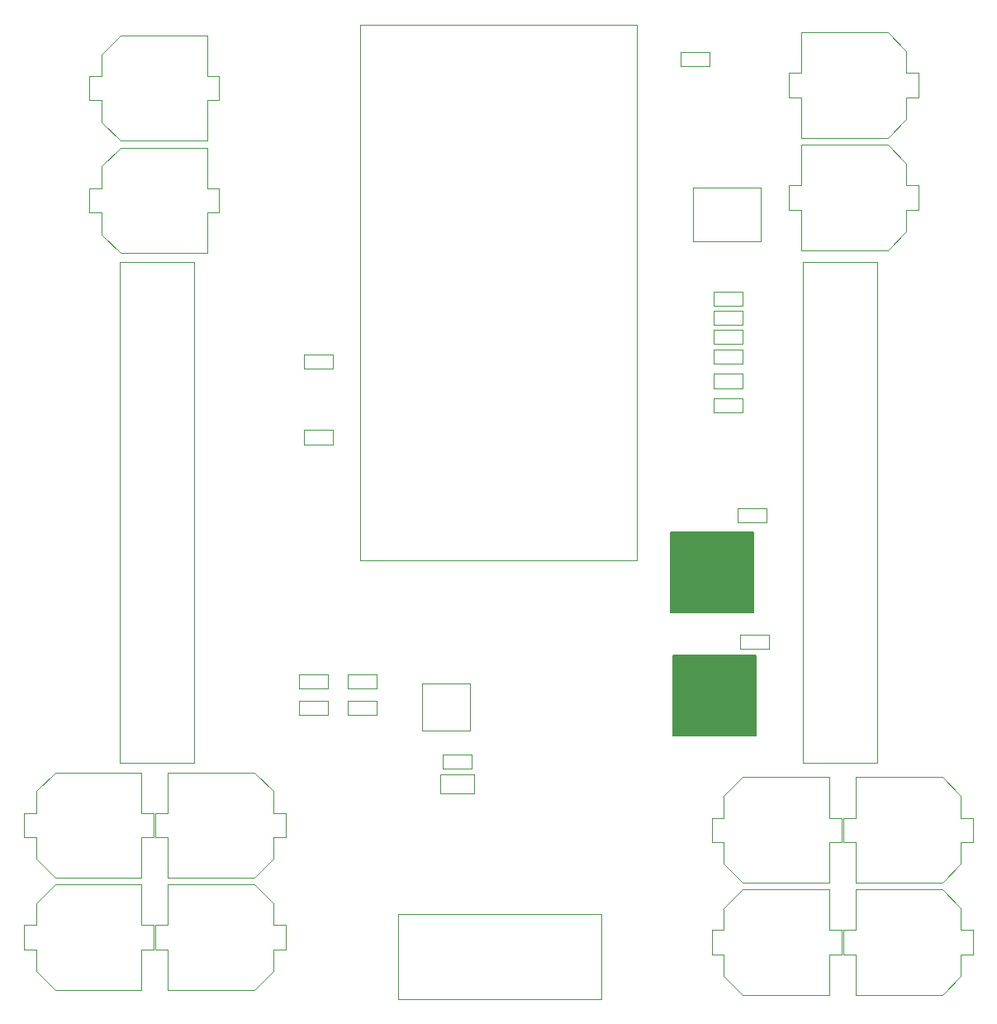
<source format=gbr>
%TF.GenerationSoftware,KiCad,Pcbnew,(5.1.9)-1*%
%TF.CreationDate,2021-10-25T22:56:29-04:00*%
%TF.ProjectId,ESP backpack,45535020-6261-4636-9b70-61636b2e6b69,rev?*%
%TF.SameCoordinates,Original*%
%TF.FileFunction,Other,User*%
%FSLAX46Y46*%
G04 Gerber Fmt 4.6, Leading zero omitted, Abs format (unit mm)*
G04 Created by KiCad (PCBNEW (5.1.9)-1) date 2021-10-25 22:56:29*
%MOMM*%
%LPD*%
G01*
G04 APERTURE LIST*
%ADD10C,0.127000*%
%ADD11C,0.050000*%
G04 APERTURE END LIST*
D10*
%TO.C,S1*%
G36*
X76082000Y-52034000D02*
G01*
X76082000Y-60234000D01*
X67632000Y-60234000D01*
X67632000Y-52034000D01*
X76082000Y-52034000D01*
G37*
X76082000Y-52034000D02*
X76082000Y-60234000D01*
X67632000Y-60234000D01*
X67632000Y-52034000D01*
X76082000Y-52034000D01*
D11*
%TO.C,D1*%
X69956000Y-22181000D02*
X69956000Y-16681000D01*
X76856000Y-22181000D02*
X69956000Y-22181000D01*
X76856000Y-16681000D02*
X76856000Y-22181000D01*
X69956000Y-16681000D02*
X76856000Y-16681000D01*
%TO.C,U1*%
X64200000Y-54900000D02*
X35800000Y-54900000D01*
X35800000Y-54900000D02*
X35800000Y0D01*
X35800000Y0D02*
X64200000Y0D01*
X64200000Y0D02*
X64200000Y-54900000D01*
%TO.C,J1*%
X18810000Y-75650000D02*
X11190000Y-75650000D01*
X11190000Y-75650000D02*
X11190000Y-24350000D01*
X11190000Y-24350000D02*
X18810000Y-24350000D01*
X18810000Y-24350000D02*
X18810000Y-75650000D01*
%TO.C,J2*%
X88810000Y-75650000D02*
X81190000Y-75650000D01*
X81190000Y-75650000D02*
X81190000Y-24350000D01*
X81190000Y-24350000D02*
X88810000Y-24350000D01*
X88810000Y-24350000D02*
X88810000Y-75650000D01*
%TO.C,5VDC_IN1*%
X39710000Y-91150000D02*
X60530000Y-91150000D01*
X60530000Y-91150000D02*
X60530000Y-99850000D01*
X39710000Y-99850000D02*
X39710000Y-91150000D01*
X60530000Y-99850000D02*
X39710000Y-99850000D01*
%TO.C,C6*%
X8050000Y-7750000D02*
X8050000Y-5250000D01*
X9300000Y-7750000D02*
X8050000Y-7750000D01*
X9300000Y-9975000D02*
X9300000Y-7750000D01*
X11225000Y-11900000D02*
X9300000Y-9975000D01*
X20100000Y-11900000D02*
X11225000Y-11900000D01*
X20100000Y-7750000D02*
X20100000Y-11900000D01*
X21350000Y-7750000D02*
X20100000Y-7750000D01*
X21350000Y-5250000D02*
X21350000Y-7750000D01*
X20100000Y-5250000D02*
X21350000Y-5250000D01*
X20100000Y-1100000D02*
X20100000Y-5250000D01*
X11225000Y-1100000D02*
X20100000Y-1100000D01*
X9300000Y-3025000D02*
X11225000Y-1100000D01*
X9300000Y-5250000D02*
X9300000Y-3025000D01*
X8050000Y-5250000D02*
X9300000Y-5250000D01*
%TO.C,C1*%
X47230000Y-74770000D02*
X47230000Y-76230000D01*
X47230000Y-76230000D02*
X44270000Y-76230000D01*
X44270000Y-76230000D02*
X44270000Y-74770000D01*
X44270000Y-74770000D02*
X47230000Y-74770000D01*
%TO.C,C2*%
X47450000Y-76770000D02*
X47450000Y-78730000D01*
X47450000Y-78730000D02*
X44050000Y-78730000D01*
X44050000Y-78730000D02*
X44050000Y-76770000D01*
X44050000Y-76770000D02*
X47450000Y-76770000D01*
%TO.C,C3*%
X71850000Y-83750000D02*
X71850000Y-81250000D01*
X73100000Y-83750000D02*
X71850000Y-83750000D01*
X73100000Y-85975000D02*
X73100000Y-83750000D01*
X75025000Y-87900000D02*
X73100000Y-85975000D01*
X83900000Y-87900000D02*
X75025000Y-87900000D01*
X83900000Y-83750000D02*
X83900000Y-87900000D01*
X85150000Y-83750000D02*
X83900000Y-83750000D01*
X85150000Y-81250000D02*
X85150000Y-83750000D01*
X83900000Y-81250000D02*
X85150000Y-81250000D01*
X83900000Y-77100000D02*
X83900000Y-81250000D01*
X75025000Y-77100000D02*
X83900000Y-77100000D01*
X73100000Y-79025000D02*
X75025000Y-77100000D01*
X73100000Y-81250000D02*
X73100000Y-79025000D01*
X71850000Y-81250000D02*
X73100000Y-81250000D01*
%TO.C,C4*%
X93050000Y-18950000D02*
X91800000Y-18950000D01*
X91800000Y-18950000D02*
X91800000Y-21175000D01*
X91800000Y-21175000D02*
X89875000Y-23100000D01*
X89875000Y-23100000D02*
X81000000Y-23100000D01*
X81000000Y-23100000D02*
X81000000Y-18950000D01*
X81000000Y-18950000D02*
X79750000Y-18950000D01*
X79750000Y-18950000D02*
X79750000Y-16450000D01*
X79750000Y-16450000D02*
X81000000Y-16450000D01*
X81000000Y-16450000D02*
X81000000Y-12300000D01*
X81000000Y-12300000D02*
X89875000Y-12300000D01*
X89875000Y-12300000D02*
X91800000Y-14225000D01*
X91800000Y-14225000D02*
X91800000Y-16450000D01*
X91800000Y-16450000D02*
X93050000Y-16450000D01*
X93050000Y-16450000D02*
X93050000Y-18950000D01*
%TO.C,C5*%
X8050000Y-19250000D02*
X8050000Y-16750000D01*
X9300000Y-19250000D02*
X8050000Y-19250000D01*
X9300000Y-21475000D02*
X9300000Y-19250000D01*
X11225000Y-23400000D02*
X9300000Y-21475000D01*
X20100000Y-23400000D02*
X11225000Y-23400000D01*
X20100000Y-19250000D02*
X20100000Y-23400000D01*
X21350000Y-19250000D02*
X20100000Y-19250000D01*
X21350000Y-16750000D02*
X21350000Y-19250000D01*
X20100000Y-16750000D02*
X21350000Y-16750000D01*
X20100000Y-12600000D02*
X20100000Y-16750000D01*
X11225000Y-12600000D02*
X20100000Y-12600000D01*
X9300000Y-14525000D02*
X11225000Y-12600000D01*
X9300000Y-16750000D02*
X9300000Y-14525000D01*
X8050000Y-16750000D02*
X9300000Y-16750000D01*
%TO.C,C7*%
X1350000Y-83250000D02*
X1350000Y-80750000D01*
X2600000Y-83250000D02*
X1350000Y-83250000D01*
X2600000Y-85475000D02*
X2600000Y-83250000D01*
X4525000Y-87400000D02*
X2600000Y-85475000D01*
X13400000Y-87400000D02*
X4525000Y-87400000D01*
X13400000Y-83250000D02*
X13400000Y-87400000D01*
X14650000Y-83250000D02*
X13400000Y-83250000D01*
X14650000Y-80750000D02*
X14650000Y-83250000D01*
X13400000Y-80750000D02*
X14650000Y-80750000D01*
X13400000Y-76600000D02*
X13400000Y-80750000D01*
X4525000Y-76600000D02*
X13400000Y-76600000D01*
X2600000Y-78525000D02*
X4525000Y-76600000D01*
X2600000Y-80750000D02*
X2600000Y-78525000D01*
X1350000Y-80750000D02*
X2600000Y-80750000D01*
%TO.C,C8*%
X98650000Y-83750000D02*
X97400000Y-83750000D01*
X97400000Y-83750000D02*
X97400000Y-85975000D01*
X97400000Y-85975000D02*
X95475000Y-87900000D01*
X95475000Y-87900000D02*
X86600000Y-87900000D01*
X86600000Y-87900000D02*
X86600000Y-83750000D01*
X86600000Y-83750000D02*
X85350000Y-83750000D01*
X85350000Y-83750000D02*
X85350000Y-81250000D01*
X85350000Y-81250000D02*
X86600000Y-81250000D01*
X86600000Y-81250000D02*
X86600000Y-77100000D01*
X86600000Y-77100000D02*
X95475000Y-77100000D01*
X95475000Y-77100000D02*
X97400000Y-79025000D01*
X97400000Y-79025000D02*
X97400000Y-81250000D01*
X97400000Y-81250000D02*
X98650000Y-81250000D01*
X98650000Y-81250000D02*
X98650000Y-83750000D01*
%TO.C,C9*%
X28150000Y-80750000D02*
X28150000Y-83250000D01*
X26900000Y-80750000D02*
X28150000Y-80750000D01*
X26900000Y-78525000D02*
X26900000Y-80750000D01*
X24975000Y-76600000D02*
X26900000Y-78525000D01*
X16100000Y-76600000D02*
X24975000Y-76600000D01*
X16100000Y-80750000D02*
X16100000Y-76600000D01*
X14850000Y-80750000D02*
X16100000Y-80750000D01*
X14850000Y-83250000D02*
X14850000Y-80750000D01*
X16100000Y-83250000D02*
X14850000Y-83250000D01*
X16100000Y-87400000D02*
X16100000Y-83250000D01*
X24975000Y-87400000D02*
X16100000Y-87400000D01*
X26900000Y-85475000D02*
X24975000Y-87400000D01*
X26900000Y-83250000D02*
X26900000Y-85475000D01*
X28150000Y-83250000D02*
X26900000Y-83250000D01*
%TO.C,C10*%
X1350000Y-92250000D02*
X2600000Y-92250000D01*
X2600000Y-92250000D02*
X2600000Y-90025000D01*
X2600000Y-90025000D02*
X4525000Y-88100000D01*
X4525000Y-88100000D02*
X13400000Y-88100000D01*
X13400000Y-88100000D02*
X13400000Y-92250000D01*
X13400000Y-92250000D02*
X14650000Y-92250000D01*
X14650000Y-92250000D02*
X14650000Y-94750000D01*
X14650000Y-94750000D02*
X13400000Y-94750000D01*
X13400000Y-94750000D02*
X13400000Y-98900000D01*
X13400000Y-98900000D02*
X4525000Y-98900000D01*
X4525000Y-98900000D02*
X2600000Y-96975000D01*
X2600000Y-96975000D02*
X2600000Y-94750000D01*
X2600000Y-94750000D02*
X1350000Y-94750000D01*
X1350000Y-94750000D02*
X1350000Y-92250000D01*
%TO.C,C11*%
X98650000Y-92750000D02*
X98650000Y-95250000D01*
X97400000Y-92750000D02*
X98650000Y-92750000D01*
X97400000Y-90525000D02*
X97400000Y-92750000D01*
X95475000Y-88600000D02*
X97400000Y-90525000D01*
X86600000Y-88600000D02*
X95475000Y-88600000D01*
X86600000Y-92750000D02*
X86600000Y-88600000D01*
X85350000Y-92750000D02*
X86600000Y-92750000D01*
X85350000Y-95250000D02*
X85350000Y-92750000D01*
X86600000Y-95250000D02*
X85350000Y-95250000D01*
X86600000Y-99400000D02*
X86600000Y-95250000D01*
X95475000Y-99400000D02*
X86600000Y-99400000D01*
X97400000Y-97475000D02*
X95475000Y-99400000D01*
X97400000Y-95250000D02*
X97400000Y-97475000D01*
X98650000Y-95250000D02*
X97400000Y-95250000D01*
%TO.C,C12*%
X93050000Y-7450000D02*
X91800000Y-7450000D01*
X91800000Y-7450000D02*
X91800000Y-9675000D01*
X91800000Y-9675000D02*
X89875000Y-11600000D01*
X89875000Y-11600000D02*
X81000000Y-11600000D01*
X81000000Y-11600000D02*
X81000000Y-7450000D01*
X81000000Y-7450000D02*
X79750000Y-7450000D01*
X79750000Y-7450000D02*
X79750000Y-4950000D01*
X79750000Y-4950000D02*
X81000000Y-4950000D01*
X81000000Y-4950000D02*
X81000000Y-800000D01*
X81000000Y-800000D02*
X89875000Y-800000D01*
X89875000Y-800000D02*
X91800000Y-2725000D01*
X91800000Y-2725000D02*
X91800000Y-4950000D01*
X91800000Y-4950000D02*
X93050000Y-4950000D01*
X93050000Y-4950000D02*
X93050000Y-7450000D01*
%TO.C,ExtPower1*%
X68620000Y-2770000D02*
X71580000Y-2770000D01*
X68620000Y-4230000D02*
X68620000Y-2770000D01*
X71580000Y-4230000D02*
X68620000Y-4230000D01*
X71580000Y-2770000D02*
X71580000Y-4230000D01*
%TO.C,R2*%
X32980000Y-41520000D02*
X32980000Y-42980000D01*
X32980000Y-42980000D02*
X30020000Y-42980000D01*
X30020000Y-42980000D02*
X30020000Y-41520000D01*
X30020000Y-41520000D02*
X32980000Y-41520000D01*
%TO.C,R7*%
X72020000Y-39730000D02*
X72020000Y-38270000D01*
X72020000Y-38270000D02*
X74980000Y-38270000D01*
X74980000Y-38270000D02*
X74980000Y-39730000D01*
X74980000Y-39730000D02*
X72020000Y-39730000D01*
%TO.C,R6*%
X74980000Y-37230000D02*
X72020000Y-37230000D01*
X74980000Y-35770000D02*
X74980000Y-37230000D01*
X72020000Y-35770000D02*
X74980000Y-35770000D01*
X72020000Y-37230000D02*
X72020000Y-35770000D01*
%TO.C,R1*%
X30020000Y-33770000D02*
X32980000Y-33770000D01*
X30020000Y-35230000D02*
X30020000Y-33770000D01*
X32980000Y-35230000D02*
X30020000Y-35230000D01*
X32980000Y-33770000D02*
X32980000Y-35230000D01*
%TO.C,R5*%
X74980000Y-34730000D02*
X72020000Y-34730000D01*
X74980000Y-33270000D02*
X74980000Y-34730000D01*
X72020000Y-33270000D02*
X74980000Y-33270000D01*
X72020000Y-34730000D02*
X72020000Y-33270000D01*
%TO.C,R4*%
X72020000Y-32730000D02*
X72020000Y-31270000D01*
X72020000Y-31270000D02*
X74980000Y-31270000D01*
X74980000Y-31270000D02*
X74980000Y-32730000D01*
X74980000Y-32730000D02*
X72020000Y-32730000D01*
%TO.C,R3*%
X72020000Y-30730000D02*
X72020000Y-29270000D01*
X72020000Y-29270000D02*
X74980000Y-29270000D01*
X74980000Y-29270000D02*
X74980000Y-30730000D01*
X74980000Y-30730000D02*
X72020000Y-30730000D01*
%TO.C,SCL1*%
X37480000Y-68030000D02*
X34520000Y-68030000D01*
X37480000Y-66570000D02*
X37480000Y-68030000D01*
X34520000Y-66570000D02*
X37480000Y-66570000D01*
X34520000Y-68030000D02*
X34520000Y-66570000D01*
%TO.C,SCL_EXT1*%
X32480000Y-68030000D02*
X29520000Y-68030000D01*
X32480000Y-66570000D02*
X32480000Y-68030000D01*
X29520000Y-66570000D02*
X32480000Y-66570000D01*
X29520000Y-68030000D02*
X29520000Y-66570000D01*
%TO.C,SDA1*%
X34520000Y-70730000D02*
X34520000Y-69270000D01*
X34520000Y-69270000D02*
X37480000Y-69270000D01*
X37480000Y-69270000D02*
X37480000Y-70730000D01*
X37480000Y-70730000D02*
X34520000Y-70730000D01*
%TO.C,SDA_EXT1*%
X29520000Y-70730000D02*
X29520000Y-69270000D01*
X29520000Y-69270000D02*
X32480000Y-69270000D01*
X32480000Y-69270000D02*
X32480000Y-70730000D01*
X32480000Y-70730000D02*
X29520000Y-70730000D01*
%TO.C,U2*%
X42175000Y-67475000D02*
X47025000Y-67475000D01*
X47025000Y-67475000D02*
X47025000Y-72325000D01*
X47025000Y-72325000D02*
X42175000Y-72325000D01*
X42175000Y-72325000D02*
X42175000Y-67475000D01*
%TO.C,C13*%
X28150000Y-94750000D02*
X26900000Y-94750000D01*
X26900000Y-94750000D02*
X26900000Y-96975000D01*
X26900000Y-96975000D02*
X24975000Y-98900000D01*
X24975000Y-98900000D02*
X16100000Y-98900000D01*
X16100000Y-98900000D02*
X16100000Y-94750000D01*
X16100000Y-94750000D02*
X14850000Y-94750000D01*
X14850000Y-94750000D02*
X14850000Y-92250000D01*
X14850000Y-92250000D02*
X16100000Y-92250000D01*
X16100000Y-92250000D02*
X16100000Y-88100000D01*
X16100000Y-88100000D02*
X24975000Y-88100000D01*
X24975000Y-88100000D02*
X26900000Y-90025000D01*
X26900000Y-90025000D02*
X26900000Y-92250000D01*
X26900000Y-92250000D02*
X28150000Y-92250000D01*
X28150000Y-92250000D02*
X28150000Y-94750000D01*
%TO.C,C14*%
X71850000Y-95250000D02*
X71850000Y-92750000D01*
X73100000Y-95250000D02*
X71850000Y-95250000D01*
X73100000Y-97475000D02*
X73100000Y-95250000D01*
X75025000Y-99400000D02*
X73100000Y-97475000D01*
X83900000Y-99400000D02*
X75025000Y-99400000D01*
X83900000Y-95250000D02*
X83900000Y-99400000D01*
X85150000Y-95250000D02*
X83900000Y-95250000D01*
X85150000Y-92750000D02*
X85150000Y-95250000D01*
X83900000Y-92750000D02*
X85150000Y-92750000D01*
X83900000Y-88600000D02*
X83900000Y-92750000D01*
X75025000Y-88600000D02*
X83900000Y-88600000D01*
X73100000Y-90525000D02*
X75025000Y-88600000D01*
X73100000Y-92750000D02*
X73100000Y-90525000D01*
X71850000Y-92750000D02*
X73100000Y-92750000D01*
%TO.C,R8*%
X74466000Y-51022000D02*
X74466000Y-49562000D01*
X74466000Y-49562000D02*
X77426000Y-49562000D01*
X77426000Y-49562000D02*
X77426000Y-51022000D01*
X77426000Y-51022000D02*
X74466000Y-51022000D01*
%TO.C,R9*%
X77680000Y-63976000D02*
X74720000Y-63976000D01*
X77680000Y-62516000D02*
X77680000Y-63976000D01*
X74720000Y-62516000D02*
X77680000Y-62516000D01*
X74720000Y-63976000D02*
X74720000Y-62516000D01*
%TO.C,R10*%
X72053000Y-28797000D02*
X72053000Y-27337000D01*
X72053000Y-27337000D02*
X75013000Y-27337000D01*
X75013000Y-27337000D02*
X75013000Y-28797000D01*
X75013000Y-28797000D02*
X72053000Y-28797000D01*
D10*
%TO.C,S2*%
G36*
X76336000Y-64607000D02*
G01*
X76336000Y-72807000D01*
X67886000Y-72807000D01*
X67886000Y-64607000D01*
X76336000Y-64607000D01*
G37*
X76336000Y-64607000D02*
X76336000Y-72807000D01*
X67886000Y-72807000D01*
X67886000Y-64607000D01*
X76336000Y-64607000D01*
%TD*%
M02*

</source>
